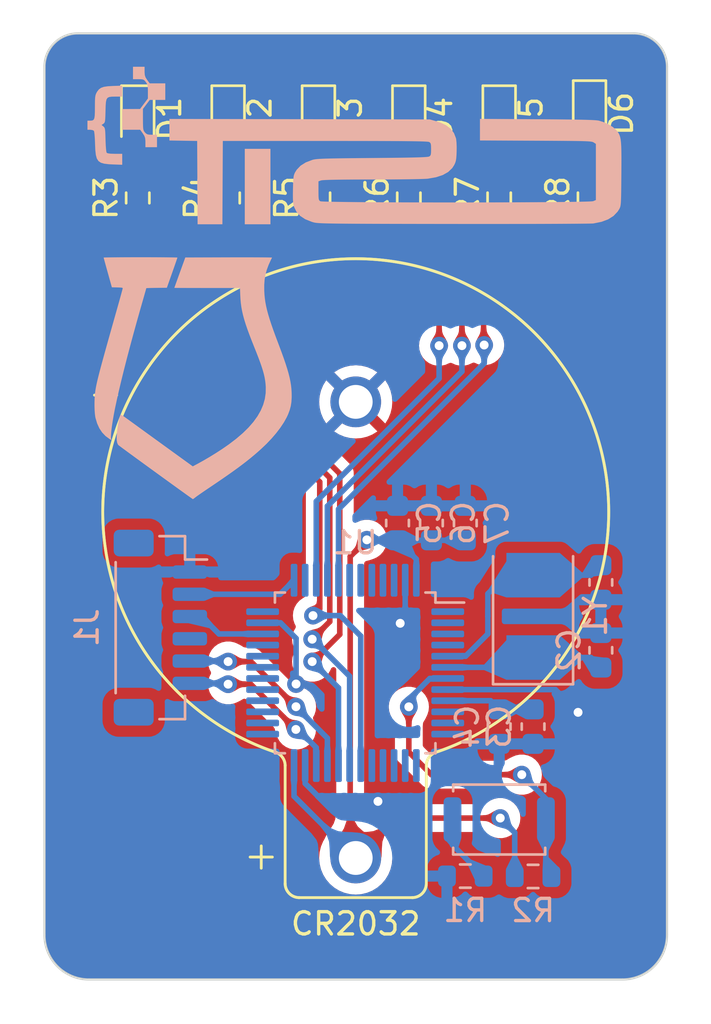
<source format=kicad_pcb>
(kicad_pcb (version 20221018) (generator pcbnew)
  (layers (0 "F.Cu" signal) (31 "B.Cu" signal) (34 "B.Paste" user) (35 "F.Paste" user) (36 "B.SilkS" user "B.Silkscreen") (37 "F.SilkS" user "F.Silkscreen") (38 "B.Mask" user) (39 "F.Mask" user) (44 "Edge.Cuts" user))
  (net 0 "")
  (net 1 "GND")
  (net 2 "/OSCIN")
  (net 3 "/OSCOUT")
  (net 4 "Net-(U1-VDDA)")
  (net 5 "+3V3")
  (net 6 "Net-(D1-A)")
  (net 7 "Net-(D2-A)")
  (net 8 "Net-(D3-A)")
  (net 9 "Net-(D4-A)")
  (net 10 "Net-(D5-A)")
  (net 11 "Net-(D6-A)")
  (net 12 "/SWDCLOCK")
  (net 13 "/SWDIO")
  (net 14 "/PROG3V3")
  (net 15 "/DEBUGTX")
  (net 16 "/DEBUGRX")
  (net 17 "Net-(R1-Pad2)")
  (net 18 "/RESET")
  (net 19 "Net-(U1-PB0)")
  (net 20 "Net-(U1-PB1)")
  (net 21 "Net-(U1-PB2)")
  (net 22 "Net-(U1-PB3)")
  (net 23 "Net-(U1-PB4)")
  (net 24 "Net-(U1-PB5)")
  (footprint "Resistor_SMD:R_0603_1608Metric" (layer "F.Cu") (at 48.26 24.892 90)
    (fp_text reference "R4" (at 0 -1.43 90) (layer "F.SilkS"))
    (fp_text value "1K")
    (pad "1" smd roundrect (at -0.825 0 90) (size 0.8 0.95) (layers "F.Cu" "F.Paste" "F.Mask") (net 20 "Net-(U1-PB1)"))
    (pad "2" smd roundrect (at 0.825 0 90) (size 0.8 0.95) (layers "F.Cu" "F.Paste" "F.Mask") (net 7 "Net-(D2-A)"))
  )
  (footprint "Resistor_SMD:R_0603_1608Metric" (layer "F.Cu") (at 44.196 24.892 90)
    (fp_text reference "R3" (at 0 -1.43 90) (layer "F.SilkS"))
    (fp_text value "1K")
    (pad "1" smd roundrect (at -0.825 0 90) (size 0.8 0.95) (layers "F.Cu" "F.Paste" "F.Mask") (net 19 "Net-(U1-PB0)"))
    (pad "2" smd roundrect (at 0.825 0 90) (size 0.8 0.95) (layers "F.Cu" "F.Paste" "F.Mask") (net 6 "Net-(D1-A)"))
  )
  (footprint "LED_SMD:LED_0603_1608Metric" (layer "F.Cu") (at 56.388 21.336 -90)
    (fp_text reference "D4" (at 0 -1.43 90) (layer "F.SilkS"))
    (fp_text value "LED")
    (pad "1" smd roundrect (at -0.7875 0 270) (size 0.875 0.95) (layers "F.Cu" "F.Paste" "F.Mask") (net 1 "GND"))
    (pad "2" smd roundrect (at 0.7875 0 270) (size 0.875 0.95) (layers "F.Cu" "F.Paste" "F.Mask") (net 9 "Net-(D4-A)"))
  )
  (footprint "Resistor_SMD:R_0603_1608Metric" (layer "F.Cu") (at 60.452 24.892 90)
    (fp_text reference "R7" (at 0 -1.43 90) (layer "F.SilkS"))
    (fp_text value "1K")
    (pad "1" smd roundrect (at -0.825 0 90) (size 0.8 0.95) (layers "F.Cu" "F.Paste" "F.Mask") (net 23 "Net-(U1-PB4)"))
    (pad "2" smd roundrect (at 0.825 0 90) (size 0.8 0.95) (layers "F.Cu" "F.Paste" "F.Mask") (net 10 "Net-(D5-A)"))
  )
  (footprint "Resistor_SMD:R_0603_1608Metric" (layer "F.Cu") (at 64.516 24.892 90)
    (fp_text reference "R8" (at 0 -1.43 90) (layer "F.SilkS"))
    (fp_text value "1K")
    (pad "1" smd roundrect (at -0.825 0 90) (size 0.8 0.95) (layers "F.Cu" "F.Paste" "F.Mask") (net 24 "Net-(U1-PB5)"))
    (pad "2" smd roundrect (at 0.825 0 90) (size 0.8 0.95) (layers "F.Cu" "F.Paste" "F.Mask") (net 11 "Net-(D6-A)"))
  )
  (footprint "footprints:BAT_103" (layer "F.Cu") (at 54 39)
    (fp_text reference "CR2032" (at 0 18.5) (layer "F.SilkS"))
    (fp_text value "CR2032")
    (pad "N" thru_hole circle (at 0 -4.9472) (size 2.28 2.28) (drill 1.52) (layers "*.Cu" "*.Mask") (net 1 "GND"))
    (pad "P" thru_hole circle (at 0 15.5428) (size 2.28 2.28) (drill 1.52) (layers "*.Cu" "*.Mask") (net 5 "+3V3"))
  )
  (footprint "LED_SMD:LED_0603_1608Metric" (layer "F.Cu") (at 64.516 21.1075 -90)
    (fp_text reference "D6" (at 0 -1.43 90) (layer "F.SilkS"))
    (fp_text value "LED")
    (pad "1" smd roundrect (at -0.7875 0 270) (size 0.875 0.95) (layers "F.Cu" "F.Paste" "F.Mask") (net 1 "GND"))
    (pad "2" smd roundrect (at 0.7875 0 270) (size 0.875 0.95) (layers "F.Cu" "F.Paste" "F.Mask") (net 11 "Net-(D6-A)"))
  )
  (footprint "LED_SMD:LED_0603_1608Metric" (layer "F.Cu") (at 44.196 21.336 -90)
    (fp_text reference "D1" (at 0 -1.43 90) (layer "F.SilkS"))
    (fp_text value locked "LED")
    (pad "1" smd roundrect (at -0.7875 0 270) (size 0.875 0.95) (layers "F.Cu" "F.Paste" "F.Mask") (net 1 "GND"))
    (pad "2" smd roundrect (at 0.7875 0 270) (size 0.875 0.95) (layers "F.Cu" "F.Paste" "F.Mask") (net 6 "Net-(D1-A)"))
  )
  (footprint "LED_SMD:LED_0603_1608Metric" (layer "F.Cu") (at 60.452 21.336 -90)
    (fp_text reference "D5" (at 0 -1.43 90) (layer "F.SilkS"))
    (fp_text value "LED")
    (pad "1" smd roundrect (at -0.7875 0 270) (size 0.875 0.95) (layers "F.Cu" "F.Paste" "F.Mask") (net 1 "GND"))
    (pad "2" smd roundrect (at 0.7875 0 270) (size 0.875 0.95) (layers "F.Cu" "F.Paste" "F.Mask") (net 10 "Net-(D5-A)"))
  )
  (footprint "LED_SMD:LED_0603_1608Metric" (layer "F.Cu") (at 48.26 21.336 -90)
    (fp_text reference "D2" (at 0 -1.43 90) (layer "F.SilkS"))
    (fp_text value "LED")
    (pad "1" smd roundrect (at -0.7875 0 270) (size 0.875 0.95) (layers "F.Cu" "F.Paste" "F.Mask") (net 1 "GND"))
    (pad "2" smd roundrect (at 0.7875 0 270) (size 0.875 0.95) (layers "F.Cu" "F.Paste" "F.Mask") (net 7 "Net-(D2-A)"))
  )
  (footprint "Resistor_SMD:R_0603_1608Metric" (layer "F.Cu") (at 52.324 24.892 90)
    (fp_text reference "R5" (at 0 -1.43 90) (layer "F.SilkS"))
    (fp_text value "1K")
    (pad "1" smd roundrect (at -0.825 0 90) (size 0.8 0.95) (layers "F.Cu" "F.Paste" "F.Mask") (net 21 "Net-(U1-PB2)"))
    (pad "2" smd roundrect (at 0.825 0 90) (size 0.8 0.95) (layers "F.Cu" "F.Paste" "F.Mask") (net 8 "Net-(D3-A)"))
  )
  (footprint "Resistor_SMD:R_0603_1608Metric" (layer "F.Cu") (at 56.388 24.892 90)
    (fp_text reference "R6" (at 0 -1.43 90) (layer "F.SilkS"))
    (fp_text value "1K")
    (pad "1" smd roundrect (at -0.825 0 90) (size 0.8 0.95) (layers "F.Cu" "F.Paste" "F.Mask") (net 22 "Net-(U1-PB3)"))
    (pad "2" smd roundrect (at 0.825 0 90) (size 0.8 0.95) (layers "F.Cu" "F.Paste" "F.Mask") (net 9 "Net-(D4-A)"))
  )
  (footprint "LED_SMD:LED_0603_1608Metric" (layer "F.Cu") (at 52.324 21.336 -90)
    (fp_text reference "D3" (at 0 -1.43 90) (layer "F.SilkS"))
    (fp_text value "LED")
    (pad "1" smd roundrect (at -0.7875 0 270) (size 0.875 0.95) (layers "F.Cu" "F.Paste" "F.Mask") (net 1 "GND"))
    (pad "2" smd roundrect (at 0.7875 0 270) (size 0.875 0.95) (layers "F.Cu" "F.Paste" "F.Mask") (net 8 "Net-(D3-A)"))
  )
  (footprint "Resistor_SMD:R_0603_1608Metric" (layer "B.Cu") (at 58.928 55.356)
    (fp_text reference "R1" (at 0 1.54) (layer "B.SilkS") (effects (justify mirror)))
    (fp_text value "1k")
    (pad "1" smd roundrect (at -0.825 0) (size 0.8 0.95) (layers "B.Cu" "B.Paste" "B.Mask") (net 1 "GND"))
    (pad "2" smd roundrect (at 0.825 0) (size 0.8 0.95) (layers "B.Cu" "B.Paste" "B.Mask") (net 17 "Net-(R1-Pad2)"))
  )
  (footprint "Button_Switch_SMD:SW_Push_SPST_NO_Alps_SKRK" (layer "B.Cu") (at 60.452 52.816)
    (fp_text reference "SW1" hide)
    (fp_text value "SW_Push" hide)
    (pad "1" smd roundrect (at -2.1 0) (size 0.8 2) (layers "B.Cu" "B.Paste" "B.Mask") (net 17 "Net-(R1-Pad2)"))
    (pad "2" smd roundrect (at 2.1 0) (size 0.8 2) (layers "B.Cu" "B.Paste" "B.Mask") (net 18 "/RESET"))
  )
  (footprint "Capacitor_SMD:C_0603_1608Metric" (layer "B.Cu") (at 60.452 48.641 -90)
    (fp_text reference "C4" (at 0 1.43 90) (layer "B.SilkS") (effects (justify mirror)))
    (fp_text value "10nF")
    (pad "1" smd roundrect (at -0.775 0 270) (size 0.9 0.95) (layers "B.Cu" "B.Paste" "B.Mask") (net 4 "Net-(U1-VDDA)"))
    (pad "2" smd roundrect (at 0.775 0 270) (size 0.9 0.95) (layers "B.Cu" "B.Paste" "B.Mask") (net 1 "GND"))
  )
  (footprint "Resistor_SMD:R_0603_1608Metric" (layer "B.Cu") (at 61.976 55.372)
    (fp_text reference "R2" (at 0 1.528) (layer "B.SilkS") (effects (justify mirror)))
    (fp_text value "10k")
    (pad "1" smd roundrect (at -0.825 0) (size 0.8 0.95) (layers "B.Cu" "B.Paste" "B.Mask") (net 5 "+3V3"))
    (pad "2" smd roundrect (at 0.825 0) (size 0.8 0.95) (layers "B.Cu" "B.Paste" "B.Mask") (net 18 "/RESET"))
  )
  (footprint "Connector_JST:JST_SH_BM06B-SRSS-TB_1x06-1MP_P1.00mm_Vertical" (layer "B.Cu") (at 45.212 44.196 -90)
    (fp_text reference "J1" (at 0 3.3 90) (layer "B.SilkS") (effects (justify mirror)))
    (fp_text value "SH1.0 Female" hide)
    (pad "1" smd roundrect (at -2.5 -1.325 270) (size 0.6 1.55) (layers "B.Cu" "B.Paste" "B.Mask") (net 1 "GND"))
    (pad "2" smd roundrect (at -1.5 -1.325 270) (size 0.6 1.55) (layers "B.Cu" "B.Paste" "B.Mask") (net 12 "/SWDCLOCK"))
    (pad "3" smd roundrect (at -0.5 -1.325 270) (size 0.6 1.55) (layers "B.Cu" "B.Paste" "B.Mask") (net 13 "/SWDIO"))
    (pad "4" smd roundrect (at 0.5 -1.325 270) (size 0.6 1.55) (layers "B.Cu" "B.Paste" "B.Mask") (net 14 "/PROG3V3"))
    (pad "5" smd roundrect (at 1.5 -1.325 270) (size 0.6 1.55) (layers "B.Cu" "B.Paste" "B.Mask") (net 15 "/DEBUGTX"))
    (pad "6" smd roundrect (at 2.5 -1.325 270) (size 0.6 1.55) (layers "B.Cu" "B.Paste" "B.Mask") (net 16 "/DEBUGRX"))
    (pad "MP" smd roundrect (at -3.8 1.2 270) (size 1.2 1.8) (layers "B.Cu" "B.Paste" "B.Mask") (roundrect_rratio 0.2083333333))
    (pad "MP" smd roundrect (at 3.8 1.2 270) (size 1.2 1.8) (layers "B.Cu" "B.Paste" "B.Mask") (roundrect_rratio 0.2083333333))
  )
  (footprint "Capacitor_SMD:C_0603_1608Metric" (layer "B.Cu") (at 61.976 48.641 -90)
    (fp_text reference "C3" (at 0 1.524 90) (layer "B.SilkS") (effects (justify mirror)))
    (fp_text value "1µF")
    (pad "1" smd roundrect (at -0.775 0 270) (size 0.9 0.95) (layers "B.Cu" "B.Paste" "B.Mask") (net 4 "Net-(U1-VDDA)"))
    (pad "2" smd roundrect (at 0.775 0 270) (size 0.9 0.95) (layers "B.Cu" "B.Paste" "B.Mask") (net 1 "GND"))
  )
  (footprint "Capacitor_SMD:C_0603_1608Metric" (layer "B.Cu") (at 57.404 39.497 90)
    (fp_text reference "C6" (at 0 1.43 90) (layer "B.SilkS") (effects (justify mirror)))
    (fp_text value "100nF")
    (pad "1" smd roundrect (at -0.775 0 90) (size 0.9 0.95) (layers "B.Cu" "B.Paste" "B.Mask") (net 5 "+3V3"))
    (pad "2" smd roundrect (at 0.775 0 90) (size 0.9 0.95) (layers "B.Cu" "B.Paste" "B.Mask") (net 1 "GND"))
  )
  (footprint "Capacitor_SMD:C_0603_1608Metric" (layer "B.Cu") (at 65.024 45.212 -90)
    (fp_text reference "C2" (at 0 1.43 90) (layer "B.SilkS") (effects (justify mirror)))
    (fp_text value "1pF" hide)
    (pad "1" smd roundrect (at -0.775 0 270) (size 0.9 0.95) (layers "B.Cu" "B.Paste" "B.Mask") (net 1 "GND"))
    (pad "2" smd roundrect (at 0.775 0 270) (size 0.9 0.95) (layers "B.Cu" "B.Paste" "B.Mask") (net 3 "/OSCOUT"))
  )
  (footprint "blinker:cyberthon" (layer "B.Cu") (at 46.5 33 180)
    (fp_text reference "G***" hide)
    (fp_text value "LOGO" hide)
  )
  (footprint "blinker:csit" (layer "B.Cu") (at 54 22.5 180)
    (fp_text reference "G***" hide)
    (fp_text value "LOGO" hide)
  )
  (footprint "Capacitor_SMD:C_0603_1608Metric" (layer "B.Cu") (at 58.928 39.497 90)
    (fp_text reference "C7" (at 0 1.43 90) (layer "B.SilkS") (effects (justify mirror)))
    (fp_text value "100nF")
    (pad "1" smd roundrect (at -0.775 0 90) (size 0.9 0.95) (layers "B.Cu" "B.Paste" "B.Mask") (net 5 "+3V3"))
    (pad "2" smd roundrect (at 0.775 0 90) (size 0.9 0.95) (layers "B.Cu" "B.Paste" "B.Mask") (net 1 "GND"))
  )
  (footprint "Capacitor_SMD:C_0603_1608Metric" (layer "B.Cu") (at 65.024 42.164 90)
    (fp_text reference "C1" hide)
    (fp_text value "1pF")
    (pad "1" smd roundrect (at -0.775 0 90) (size 0.9 0.95) (layers "B.Cu" "B.Paste" "B.Mask") (net 1 "GND"))
    (pad "2" smd roundrect (at 0.775 0 90) (size 0.9 0.95) (layers "B.Cu" "B.Paste" "B.Mask") (net 2 "/OSCIN"))
  )
  (footprint "Crystal:Crystal_SMD_5032-2Pin_5.0x3.2mm" (layer "B.Cu") (at 61.976 43.688 90)
    (fp_text reference "Y1" (at 0 2.8 90) (layer "B.SilkS") (effects (justify mirror)))
    (fp_text value "Crystal")
    (pad "1" smd rect (at -1.85 0 90) (size 2 2.4) (layers "B.Cu" "B.Paste" "B.Mask") (net 3 "/OSCOUT"))
    (pad "2" smd rect (at 1.85 0 90) (size 2 2.4) (layers "B.Cu" "B.Paste" "B.Mask") (net 2 "/OSCIN"))
  )
  (footprint "Package_QFP:LQFP-48_7x7mm_P0.5mm" (layer "B.Cu") (at 53.975 46.228 180)
    (fp_text reference "U1" (at 0 5.85) (layer "B.SilkS") (effects (justify mirror)))
    (fp_text value "STM32L433CBTx")
    (pad "1" smd roundrect (at -4.1625 2.75 180) (size 1.475 0.3) (layers "B.Cu" "B.Paste" "B.Mask"))
    (pad "2" smd roundrect (at -4.1625 2.25 180) (size 1.475 0.3) (layers "B.Cu" "B.Paste" "B.Mask"))
    (pad "3" smd roundrect (at -4.1625 1.75 180) (size 1.475 0.3) (layers "B.Cu" "B.Paste" "B.Mask"))
    (pad "4" smd roundrect (at -4.1625 1.25 180) (size 1.475 0.3) (layers "B.Cu" "B.Paste" "B.Mask"))
    (pad "5" smd roundrect (at -4.1625 0.75 180) (size 1.475 0.3) (layers "B.Cu" "B.Paste" "B.Mask") (net 2 "/OSCIN"))
    (pad "6" smd roundrect (at -4.1625 0.25 180) (size 1.475 0.3) (layers "B.Cu" "B.Paste" "B.Mask") (net 3 "/OSCOUT"))
    (pad "7" smd roundrect (at -4.1625 -0.25 180) (size 1.475 0.3) (layers "B.Cu" "B.Paste" "B.Mask") (net 18 "/RESET"))
    (pad "8" smd roundrect (at -4.1625 -0.75 180) (size 1.475 0.3) (layers "B.Cu" "B.Paste" "B.Mask") (net 1 "GND"))
    (pad "9" smd roundrect (at -4.1625 -1.25 180) (size 1.475 0.3) (layers "B.Cu" "B.Paste" "B.Mask") (net 4 "Net-(U1-VDDA)"))
    (pad "10" smd roundrect (at -4.1625 -1.75 180) (size 1.475 0.3) (layers "B.Cu" "B.Paste" "B.Mask"))
    (pad "11" smd roundrect (at -4.1625 -2.25 180) (size 1.475 0.3) (layers "B.Cu" "B.Paste" "B.Mask"))
    (pad "12" smd roundrect (at -4.1625 -2.75 180) (size 1.475 0.3) (layers "B.Cu" "B.Paste" "B.Mask"))
    (pad "13" smd roundrect (at -2.75 -4.1625 180) (size 0.3 1.475) (layers "B.Cu" "B.Paste" "B.Mask"))
    (pad "14" smd roundrect (at -2.25 -4.1625 180) (size 0.3 1.475) (layers "B.Cu" "B.Paste" "B.Mask"))
    (pad "15" smd roundrect (at -1.75 -4.1625 180) (size 0.3 1.475) (layers "B.Cu" "B.Paste" "B.Mask"))
    (pad "16" smd roundrect (at -1.25 -4.1625 180) (size 0.3 1.475) (layers "B.Cu" "B.Paste" "B.Mask"))
    (pad "17" smd roundrect (at -0.75 -4.1625 180) (size 0.3 1.475) (layers "B.Cu" "B.Paste" "B.Mask"))
    (pad "18" smd roundrect (at -0.25 -4.1625 180) (size 0.3 1.475) (layers "B.Cu" "B.Paste" "B.Mask") (net 19 "Net-(U1-PB0)"))
    (pad "19" smd roundrect (at 0.25 -4.1625 180) (size 0.3 1.475) (layers "B.Cu" "B.Paste" "B.Mask") (net 20 "Net-(U1-PB1)"))
    (pad "20" smd roundrect (at 0.75 -4.1625 180) (size 0.3 1.475) (layers "B.Cu" "B.Paste" "B.Mask") (net 21 "Net-(U1-PB2)"))
    (pad "21" smd roundrect (at 1.25 -4.1625 180) (size 0.3 1.475) (layers "B.Cu" "B.Paste" "B.Mask") (net 15 "/DEBUGTX"))
    (pad "22" smd roundrect (at 1.75 -4.1625 180) (size 0.3 1.475) (layers "B.Cu" "B.Paste" "B.Mask") (net 16 "/DEBUGRX"))
    (pad "23" smd roundrect (at 2.25 -4.1625 180) (size 0.3 1.475) (layers "B.Cu" "B.Paste" "B.Mask") (net 1 "GND"))
    (pad "24" smd roundrect (at 2.75 -4.1625 180) (size 0.3 1.475) (layers "B.Cu" "B.Paste" "B.Mask") (net 5 "+3V3"))
    (pad "25" smd roundrect (at 4.1625 -2.75 180) (size 1.475 0.3) (layers "B.Cu" "B.Paste" "B.Mask"))
    (pad "26" smd roundrect (at 4.1625 -2.25 180) (size 1.475 0.3) (layers "B.Cu" "B.Paste" "B.Mask"))
    (pad "27" smd roundrect (at 4.1625 -1.75 180) (size 1.475 0.3) (layers "B.Cu" "B.Paste" "B.Mask"))
    (pad "28" smd roundrect (at 4.1625 -1.25 180) (size 1.475 0.3) (layers "B.Cu" "B.Paste" "B.Mask"))
    (pad "29" smd roundrect (at 4.1625 -0.75 180) (size 1.475 0.3) (layers "B.Cu" "B.Paste" "B.Mask"))
    (pad "30" smd roundrect (at 4.1625 -0.25 180) (size 1.475 0.3) (layers "B.Cu" "B.Paste" "B.Mask"))
    (pad "31" smd roundrect (at 4.1625 0.25 180) (size 1.475 0.3) (layers "B.Cu" "B.Paste" "B.Mask"))
    (pad "32" smd roundrect (at 4.1625 0.75 180) (size 1.475 0.3) (layers "B.Cu" "B.Paste" "B.Mask"))
    (pad "33" smd roundrect (at 4.1625 1.25 180) (size 1.475 0.3) (layers "B.Cu" "B.Paste" "B.Mask"))
    (pad "34" smd roundrect (at 4.1625 1.75 180) (size 1.475 0.3) (layers "B.Cu" "B.Paste" "B.Mask") (net 13 "/SWDIO"))
    (pad "35" smd roundrect (at 4.1625 2.25 180) (size 1.475 0.3) (layers "B.Cu" "B.Paste" "B.Mask") (net 1 "GND"))
    (pad "36" smd roundrect (at 4.1625 2.75 180) (size 1.475 0.3) (layers "B.Cu" "B.Paste" "B.Mask"))
    (pad "37" smd roundrect (at 2.75 4.1625 180) (size 0.3 1.475) (layers "B.Cu" "B.Paste" "B.Mask") (net 12 "/SWDCLOCK"))
    (pad "38" smd roundrect (at 2.25 4.1625 180) (size 0.3 1.475) (layers "B.Cu" "B.Paste" "B.Mask"))
    (pad "39" smd roundrect (at 1.75 4.1625 180) (size 0.3 1.475) (layers "B.Cu" "B.Paste" "B.Mask") (net 22 "Net-(U1-PB3)"))
    (pad "40" smd roundrect (at 1.25 4.1625 180) (size 0.3 1.475) (layers "B.Cu" "B.Paste" "B.Mask") (net 23 "Net-(U1-PB4)"))
    (pad "41" smd roundrect (at 0.75 4.1625 180) (size 0.3 1.475) (layers "B.Cu" "B.Paste" "B.Mask") (net 24 "Net-(U1-PB5)"))
    (pad "42" smd roundrect (at 0.25 4.1625 180) (size 0.3 1.475) (layers "B.Cu" "B.Paste" "B.Mask"))
    (pad "43" smd roundrect (at -0.25 4.1625 180) (size 0.3 1.475) (layers "B.Cu" "B.Paste" "B.Mask"))
    (pad "44" smd roundrect (at -0.75 4.1625 180) (size 0.3 1.475) (layers "B.Cu" "B.Paste" "B.Mask"))
    (pad "45" smd roundrect (at -1.25 4.1625 180) (size 0.3 1.475) (layers "B.Cu" "B.Paste" "B.Mask"))
    (pad "46" smd roundrect (at -1.75 4.1625 180) (size 0.3 1.475) (layers "B.Cu" "B.Paste" "B.Mask"))
    (pad "47" smd roundrect (at -2.25 4.1625 180) (size 0.3 1.475) (layers "B.Cu" "B.Paste" "B.Mask") (net 1 "GND"))
    (pad "48" smd roundrect (at -2.75 4.1625 180) (size 0.3 1.475) (layers "B.Cu" "B.Paste" "B.Mask") (net 5 "+3V3"))
  )
  (footprint "Capacitor_SMD:C_0603_1608Metric" (layer "B.Cu") (at 55.88 39.497 90)
    (fp_text reference "C5" (at 0 1.43 90) (layer "B.SilkS") (effects (justify mirror)))
    (fp_text value "4.7µF")
    (pad "1" smd roundrect (at -0.775 0 90) (size 0.9 0.95) (layers "B.Cu" "B.Paste" "B.Mask") (net 5 "+3V3"))
    (pad "2" smd roundrect (at 0.775 0 90) (size 0.9 0.95) (layers "B.Cu" "B.Paste" "B.Mask") (net 1 "GND"))
  )
  (gr_line (start 66.5 17.5) (end 41.5 17.5) (stroke (width 0.1)) (layer "Edge.Cuts"))
  (gr_arc (start 40 19) (mid 40.43934 17.93934) (end 41.5 17.5) (stroke (width 0.1)) (layer "Edge.Cuts"))
  (gr_arc (start 42 60) (mid 40.585786 59.414214) (end 40 58) (stroke (width 0.1)) (layer "Edge.Cuts"))
  (gr_line (start 42 60) (end 66 60) (stroke (width 0.1)) (layer "Edge.Cuts"))
  (gr_arc (start 66.5 17.5) (mid 67.56066 17.93934) (end 68 19) (stroke (width 0.1)) (layer "Edge.Cuts"))
  (gr_arc (start 68 58) (mid 67.414214 59.414214) (end 66 60) (stroke (width 0.1)) (layer "Edge.Cuts"))
  (gr_line (start 40 19) (end 40 58) (stroke (width 0.1)) (layer "Edge.Cuts"))
  (gr_line (start 68 58) (end 68 19) (stroke (width 0.1)) (layer "Edge.Cuts"))
  (via (at 51.316598 46.727402) (size 0.8) (drill 0.4) (layers "F.Cu" "B.Cu") (net 1))
  (via (at 56 44) (size 0.8) (drill 0.4) (layers "F.Cu" "B.Cu") (net 1))
  (via (at 64 48) (size 0.8) (drill 0.4) (layers "F.Cu" "B.Cu") (net 1))
  (via (at 55 52) (size 0.8) (drill 0.4) (layers "F.Cu" "B.Cu") (net 1))
  (segment (start 52.531315 52) (end 55 52) (width 0.25) (layer "B.Cu") (net 1))
  (segment (start 51.316598 46.727402) (end 51.316598 44.678913) (width 0.25) (layer "B.Cu") (net 1))
  (segment (start 50.615685 43.978) (end 49.8125 43.978) (width 0.25) (layer "B.Cu") (net 1))
  (segment (start 56.225 43.775) (end 56 44) (width 0.25) (layer "B.Cu") (net 1))
  (segment (start 51.316598 44.678913) (end 50.615685 43.978) (width 0.25) (layer "B.Cu") (net 1))
  (segment (start 51.725 51.193685) (end 52.531315 52) (width 0.25) (layer "B.Cu") (net 1))
  (segment (start 58.1375 46.978) (end 58.1595 47) (width 0.25) (layer "B.Cu") (net 1))
  (segment (start 51.725 50.3905) (end 51.725 51.193685) (width 0.25) (layer "B.Cu") (net 1))
  (segment (start 58.1375 46.978) (end 62.978 46.978) (width 0.25) (layer "B.Cu") (net 1))
  (segment (start 56.225 42.0655) (end 56.225 43.775) (width 0.25) (layer "B.Cu") (net 1))
  (segment (start 62.978 46.978) (end 64 48) (width 0.25) (layer "B.Cu") (net 1))
  (segment (start 61.976 41.838) (end 64.575 41.838) (width 0.25) (layer "B.Cu") (net 2))
  (segment (start 58.1375 45.478) (end 58.940685 45.478) (width 0.25) (layer "B.Cu") (net 2))
  (segment (start 59.943 43.688) (end 59.943 43.363) (width 0.25) (layer "B.Cu") (net 2))
  (segment (start 59.944 43.687) (end 59.943 43.688) (width 0.25) (layer "B.Cu") (net 2))
  (segment (start 61.976 41.838) (end 60.778 41.838) (width 0.25) (layer "B.Cu") (net 2))
  (segment (start 59.943 44.475685) (end 59.943 43.688) (width 0.25) (layer "B.Cu") (net 2))
  (segment (start 60.778 41.838) (end 59.944 42.672) (width 0.25) (layer "B.Cu") (net 2))
  (segment (start 58.940685 45.478) (end 59.943 44.475685) (width 0.25) (layer "B.Cu") (net 2))
  (segment (start 64.575 41.838) (end 65.024 41.389) (width 0.25) (layer "B.Cu") (net 2))
  (segment (start 59.944 42.672) (end 59.944 43.687) (width 0.25) (layer "B.Cu") (net 2))
  (segment (start 61.536 45.978) (end 61.976 45.538) (width 0.25) (layer "B.Cu") (net 3))
  (segment (start 58.1375 45.978) (end 61.536 45.978) (width 0.25) (layer "B.Cu") (net 3))
  (segment (start 61.976 45.538) (end 64.575 45.538) (width 0.25) (layer "B.Cu") (net 3))
  (segment (start 64.575 45.538) (end 65.024 45.987) (width 0.25) (layer "B.Cu") (net 3))
  (segment (start 60.452 47.866) (end 61.976 47.866) (width 0.25) (layer "B.Cu") (net 4))
  (segment (start 58.1375 47.478) (end 58.1125 47.503) (width 0.25) (layer "B.Cu") (net 4))
  (segment (start 60.064 47.478) (end 60.452 47.866) (width 0.25) (layer "B.Cu") (net 4))
  (segment (start 58.1375 47.478) (end 60.064 47.478) (width 0.25) (layer "B.Cu") (net 4))
  (segment (start 55.7928 52.75) (end 54 54.5428) (width 0.25) (layer "F.Cu") (net 5))
  (segment (start 53.75 54.2928) (end 54 54.5428) (width 0.25) (layer "F.Cu") (net 5))
  (segment (start 54.5 40.25) (end 53.75 41) (width 0.25) (layer "F.Cu") (net 5))
  (segment (start 60.5 52.75) (end 55.7928 52.75) (width 0.25) (layer "F.Cu") (net 5))
  (segment (start 53.75 41) (end 53.75 54.2928) (width 0.25) (layer "F.Cu") (net 5))
  (via (at 60.5 52.75) (size 0.8) (drill 0.4) (layers "F.Cu" "B.Cu") (net 5))
  (via (at 54.5 40.25) (size 0.8) (drill 0.4) (layers "F.Cu" "B.Cu") (net 5))
  (segment (start 56.725 42.0655) (end 56.725 41.117) (width 0.25) (layer "B.Cu") (net 5))
  (segment (start 51.225 51.7678) (end 54 54.5428) (width 0.25) (layer "B.Cu") (net 5))
  (segment (start 61.151 55.372) (end 61.151 53.401) (width 0.25) (layer "B.Cu") (net 5))
  (segment (start 55.88 40.272) (end 54.522 40.272) (width 0.25) (layer "B.Cu") (net 5))
  (segment (start 55.88 40.272) (end 58.928 40.272) (width 0.25) (layer "B.Cu") (net 5))
  (segment (start 61.151 53.401) (end 60.5 52.75) (width 0.25) (layer "B.Cu") (net 5))
  (segment (start 56.725 41.117) (end 55.88 40.272) (width 0.25) (layer "B.Cu") (net 5))
  (segment (start 51.225 50.3905) (end 51.225 51.7678) (width 0.25) (layer "B.Cu") (net 5))
  (segment (start 54.522 40.272) (end 54.5 40.25) (width 0.25) (layer "B.Cu") (net 5))
  (segment (start 44.196 24.067) (end 44.196 22.1235) (width 0.25) (layer "F.Cu") (net 6))
  (segment (start 48.26 22.1235) (end 48.26 24.067) (width 0.25) (layer "F.Cu") (net 7))
  (segment (start 52.324 22.1235) (end 52.324 24.067) (width 0.25) (layer "F.Cu") (net 8))
  (segment (start 56.388 22.1235) (end 56.388 24.067) (width 0.25) (layer "F.Cu") (net 9))
  (segment (start 60.452 22.1235) (end 60.452 24.067) (width 0.25) (layer "F.Cu") (net 10))
  (segment (start 64.516 21.895) (end 64.516 24.067) (width 0.25) (layer "F.Cu") (net 11))
  (segment (start 51.225 42.0655) (end 50.5945 42.696) (width 0.25) (layer "B.Cu") (net 12))
  (segment (start 46.537 42.696) (end 50.5945 42.696) (width 0.25) (layer "B.Cu") (net 12))
  (segment (start 47.849751 44.478) (end 49.8125 44.478) (width 0.25) (layer "B.Cu") (net 13))
  (segment (start 47.067751 43.696) (end 47.849751 44.478) (width 0.25) (layer "B.Cu") (net 13))
  (segment (start 49.284598 45.72) (end 51.312299 47.747701) (width 0.25) (layer "F.Cu") (net 15))
  (segment (start 48.26 45.72) (end 49.284598 45.72) (width 0.25) (layer "F.Cu") (net 15))
  (via (at 51.312299 47.747701) (size 0.8) (drill 0.4) (layers "F.Cu" "B.Cu") (net 15))
  (via (at 48.26 45.72) (size 0.8) (drill 0.4) (layers "F.Cu" "B.Cu") (net 15))
  (segment (start 46.537 45.696) (end 48.236 45.696) (width 0.25) (layer "B.Cu") (net 15))
  (segment (start 45.967751 45.696) (end 45.991751 45.72) (width 0.25) (layer "B.Cu") (net 15))
  (segment (start 48.236 45.696) (end 48.26 45.72) (width 0.25) (layer "B.Cu") (net 15))
  (segment (start 51.312299 47.747701) (end 52.725 49.160402) (width 0.25) (layer "B.Cu") (net 15))
  (segment (start 52.725 49.160402) (end 52.725 50.3905) (width 0.25) (layer "B.Cu") (net 15))
  (segment (start 48.26 46.736) (end 49.276 46.736) (width 0.25) (layer "F.Cu") (net 16))
  (segment (start 49.276 46.736) (end 51.308 48.768) (width 0.25) (layer "F.Cu") (net 16))
  (via (at 51.308 48.768) (size 0.8) (drill 0.4) (layers "F.Cu" "B.Cu") (net 16))
  (via (at 48.26 46.736) (size 0.8) (drill 0.4) (layers "F.Cu" "B.Cu") (net 16))
  (segment (start 46.537 46.696) (end 48.22 46.696) (width 0.25) (layer "B.Cu") (net 16))
  (segment (start 52.225 49.587315) (end 52.225 50.3905) (width 0.25) (layer "B.Cu") (net 16))
  (segment (start 51.308 48.768) (end 51.405685 48.768) (width 0.25) (layer "B.Cu") (net 16))
  (segment (start 48.22 46.696) (end 48.26 46.736) (width 0.25) (layer "B.Cu") (net 16))
  (segment (start 51.405685 48.768) (end 52.225 49.587315) (width 0.25) (layer "B.Cu") (net 16))
  (segment (start 58.352 52.816) (end 58.352 53.955) (width 0.25) (layer "B.Cu") (net 17))
  (segment (start 58.352 53.955) (end 59.753 55.356) (width 0.25) (layer "B.Cu") (net 17))
  (segment (start 56.388 47.752) (end 56.388 49.784) (width 0.25) (layer "F.Cu") (net 18))
  (segment (start 56.388 49.784) (end 57.404 50.8) (width 0.25) (layer "F.Cu") (net 18))
  (segment (start 57.404 50.8) (end 61.468 50.8) (width 0.25) (layer "F.Cu") (net 18))
  (via (at 61.468 50.8) (size 0.8) (drill 0.4) (layers "F.Cu" "B.Cu") (net 18))
  (via (at 56.388 47.752) (size 0.8) (drill 0.4) (layers "F.Cu" "B.Cu") (net 18))
  (segment (start 62.552 55.123) (end 62.801 55.372) (width 0.25) (layer "B.Cu") (net 18))
  (segment (start 62.552 52.816) (end 62.552 55.123) (width 0.25) (layer "B.Cu") (net 18))
  (segment (start 62.552 51.884) (end 62.552 52.816) (width 0.25) (layer "B.Cu") (net 18))
  (segment (start 56.388 47.424315) (end 57.334315 46.478) (width 0.25) (layer "B.Cu") (net 18))
  (segment (start 61.468 50.8) (end 62.552 51.884) (width 0.25) (layer "B.Cu") (net 18))
  (segment (start 57.334315 46.478) (end 58.1375 46.478) (width 0.25) (layer "B.Cu") (net 18))
  (segment (start 56.388 47.752) (end 56.388 47.424315) (width 0.25) (layer "B.Cu") (net 18))
  (segment (start 52.382 37.65) (end 52.382 43.349761) (width 0.25) (layer "F.Cu") (net 19))
  (segment (start 44.196 25.717) (end 44.467 25.717) (width 0.25) (layer "F.Cu") (net 19))
  (segment (start 47.81 29.06) (end 47.81 33.078) (width 0.25) (layer "F.Cu") (net 19))
  (segment (start 44.467 25.717) (end 47.81 29.06) (width 0.25) (layer "F.Cu") (net 19))
  (segment (start 47.81 33.078) (end 52.382 37.65) (width 0.25) (layer "F.Cu") (net 19))
  (segment (start 52.382 43.349761) (end 52.07778 43.653981) (width 0.25) (layer "F.Cu") (net 19))
  (via (at 52.07778 43.653981) (size 0.8) (drill 0.4) (layers "F.Cu" "B.Cu") (net 19))
  (segment (start 52.07778 43.653981) (end 53.305981 43.653981) (width 0.25) (layer "B.Cu") (net 19))
  (segment (start 54.225 44.573) (end 54.225 50.3905) (width 0.25) (layer "B.Cu") (net 19))
  (segment (start 53.305981 43.653981) (end 54.225 44.573) (width 0.25) (layer "B.Cu") (net 19))
  (segment (start 48.26 32.891604) (end 52.832 37.463604) (width 0.25) (layer "F.Cu") (net 20))
  (segment (start 52.832 37.463604) (end 52.832 43.92436) (width 0.25) (layer "F.Cu") (net 20))
  (segment (start 52.832 43.92436) (end 52.041098 44.715262) (width 0.25) (layer "F.Cu") (net 20))
  (segment (start 48.26 25.717) (end 48.26 32.891604) (width 0.25) (layer "F.Cu") (net 20))
  (via (at 52.041098 44.715262) (size 0.8) (drill 0.4) (layers "F.Cu" "B.Cu") (net 20))
  (segment (start 53.725 46.378597) (end 53.725 50.3905) (width 0.25) (layer "B.Cu") (net 20))
  (segment (start 52.041098 44.715262) (end 52.061665 44.715262) (width 0.25) (layer "B.Cu") (net 20))
  (segment (start 52.061665 44.715262) (end 53.725 46.378597) (width 0.25) (layer "B.Cu") (net 20))
  (segment (start 53.282 44.499665) (end 53.282 37.277208) (width 0.25) (layer "F.Cu") (net 21))
  (segment (start 53.282 37.277208) (end 48.752396 32.747604) (width 0.25) (layer "F.Cu") (net 21))
  (segment (start 48.752396 32.747604) (end 48.752396 29.288604) (width 0.25) (layer "F.Cu") (net 21))
  (segment (start 48.752396 29.288604) (end 52.324 25.717) (width 0.25) (layer "F.Cu") (net 21))
  (segment (start 52.061665 45.72) (end 53.282 44.499665) (width 0.25) (layer "F.Cu") (net 21))
  (segment (start 52.041098 45.72) (end 52.061665 45.72) (width 0.25) (layer "F.Cu") (net 21))
  (via (at 52.041098 45.72) (size 0.8) (drill 0.4) (layers "F.Cu" "B.Cu") (net 21))
  (segment (start 53.225 46.903902) (end 52.041098 45.72) (width 0.25) (layer "B.Cu") (net 21))
  (segment (start 53.225 50.3905) (end 53.225 46.903902) (width 0.25) (layer "B.Cu") (net 21))
  (segment (start 57.75 27.079) (end 57.75 31.528212) (width 0.25) (layer "F.Cu") (net 22))
  (segment (start 56.388 25.717) (end 57.75 27.079) (width 0.25) (layer "F.Cu") (net 22))
  (via (at 57.75 31.528212) (size 0.8) (drill 0.4) (layers "F.Cu" "B.Cu") (net 22))
  (segment (start 52.225 38.525) (end 52.225 42.0655) (width 0.25) (layer "B.Cu") (net 22))
  (segment (start 57.75 33) (end 52.225 38.525) (width 0.25) (layer "B.Cu") (net 22))
  (segment (start 52.225 42.0655) (end 52.225 41.262315) (width 0.25) (layer "B.Cu") (net 22))
  (segment (start 57.75 31.528212) (end 57.75 33) (width 0.25) (layer "B.Cu") (net 22))
  (segment (start 58.776405 27.392595) (end 58.776405 31.526405) (width 0.25) (layer "F.Cu") (net 23))
  (segment (start 60.452 25.717) (end 58.776405 27.392595) (width 0.25) (layer "F.Cu") (net 23))
  (via (at 58.776405 31.526405) (size 0.8) (drill 0.4) (layers "F.Cu" "B.Cu") (net 23))
  (segment (start 58.776405 32.687199) (end 52.725 38.738604) (width 0.25) (layer "B.Cu") (net 23))
  (segment (start 58.776405 31.526405) (end 58.776405 32.687199) (width 0.25) (layer "B.Cu") (net 23))
  (segment (start 52.725 38.738604) (end 52.725 42.0655) (width 0.25) (layer "B.Cu") (net 23))
  (segment (start 62.783 25.717) (end 59.75 28.75) (width 0.25) (layer "F.Cu") (net 24))
  (segment (start 64.516 25.717) (end 62.783 25.717) (width 0.25) (layer "F.Cu") (net 24))
  (segment (start 59.75 31.473767) (end 59.77554 31.499307) (width 0.25) (layer "F.Cu") (net 24))
  (segment (start 59.75 28.75) (end 59.75 31.473767) (width 0.25) (layer "F.Cu") (net 24))
  (via (at 59.77554 31.499307) (size 0.8) (drill 0.4) (layers "F.Cu" "B.Cu") (net 24))
  (segment (start 53.225 42.0655) (end 53.225 38.875) (width 0.25) (layer "B.Cu") (net 24))
  (segment (start 57.3 34.8) (end 57.55 34.55) (width 0.25) (layer "B.Cu") (net 24))
  (segment (start 53.225 38.875) (end 57.3 34.8) (width 0.25) (layer "B.Cu") (net 24))
  (segment (start 59.77554 32.32446) (end 59.77554 31.499307) (width 0.25) (layer "B.Cu") (net 24))
  (segment (start 57.3 34.8) (end 59.77554 32.32446) (width 0.25) (layer "B.Cu") (net 24))
  (zone (net 1) (net_name "GND") (layers "F&B.Cu") (connect_pads (clearance 0.5)) (min_thickness 0.25) (fill yes (thermal_gap 0.5) (thermal_bridge_width 0.5))
    (polygon (pts (xy 38 16) (xy 70 16) (xy 70 62) (xy 38 62)))
  )
)
</source>
